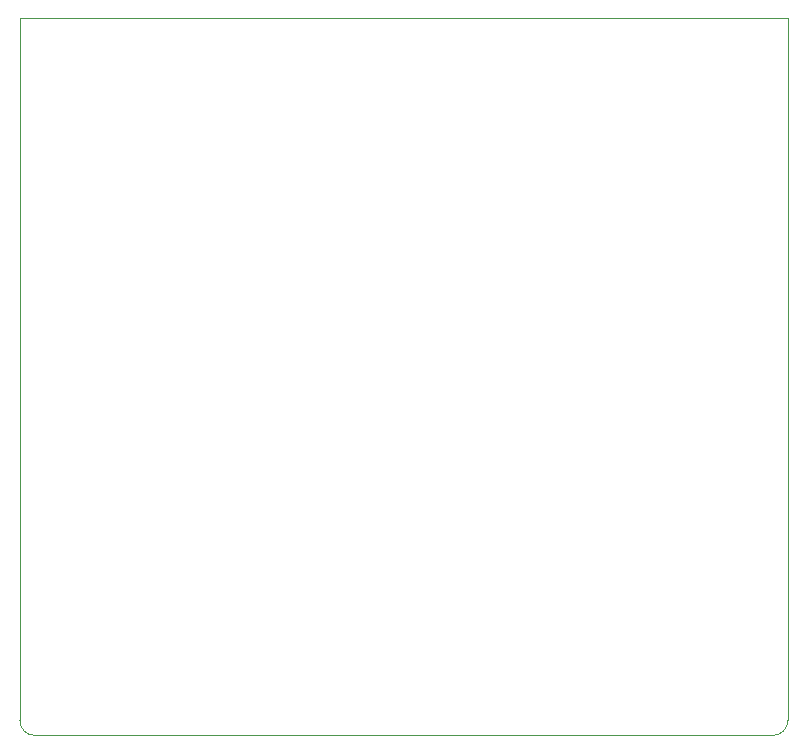
<source format=gbr>
%TF.GenerationSoftware,KiCad,Pcbnew,7.0.8*%
%TF.CreationDate,2023-10-14T11:25:41+01:00*%
%TF.ProjectId,v0a,7630612e-6b69-4636-9164-5f7063625858,rev?*%
%TF.SameCoordinates,Original*%
%TF.FileFunction,Profile,NP*%
%FSLAX46Y46*%
G04 Gerber Fmt 4.6, Leading zero omitted, Abs format (unit mm)*
G04 Created by KiCad (PCBNEW 7.0.8) date 2023-10-14 11:25:41*
%MOMM*%
%LPD*%
G01*
G04 APERTURE LIST*
%TA.AperFunction,Profile*%
%ADD10C,0.100000*%
%TD*%
G04 APERTURE END LIST*
D10*
X158750000Y-89154000D02*
G75*
G03*
X160020000Y-87884000I0J1270000D01*
G01*
X96266001Y-89153999D02*
X158750000Y-89154000D01*
X160020000Y-87884000D02*
X160020000Y-28448000D01*
X94995999Y-28448000D02*
X94996000Y-87883999D01*
X94996001Y-87883999D02*
G75*
G03*
X96266001Y-89153999I1269999J-1D01*
G01*
X160020000Y-28448000D02*
X94995999Y-28448000D01*
M02*

</source>
